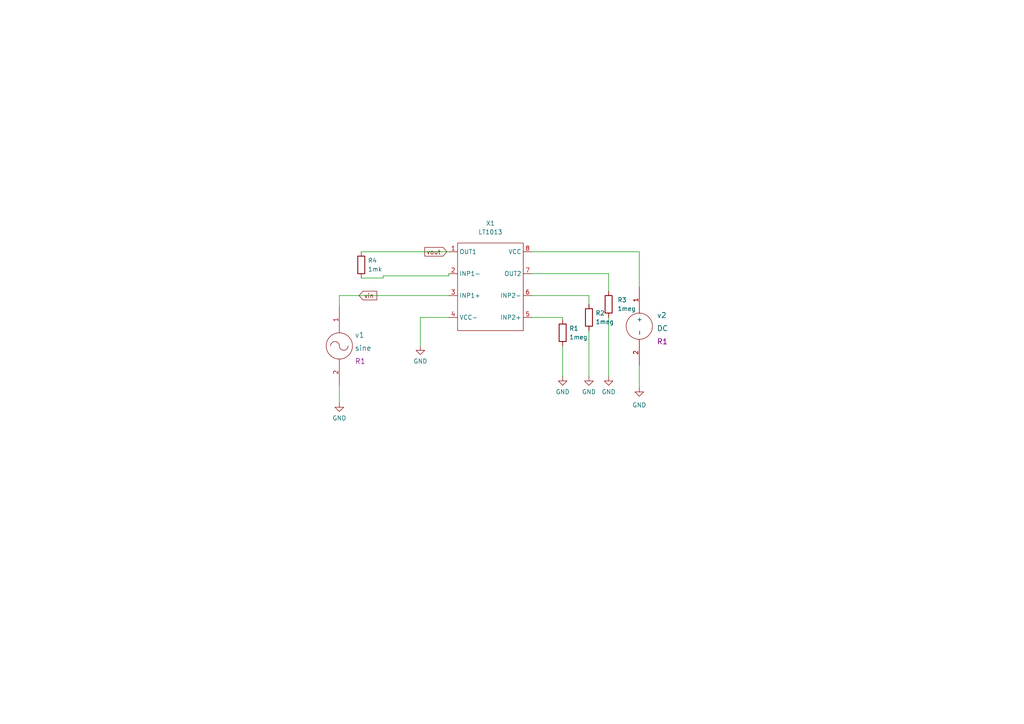
<source format=kicad_sch>
(kicad_sch (version 20211123) (generator eeschema)

  (uuid 0856288b-018e-4d1d-a822-965fc6e6017b)

  (paper "A4")

  (lib_symbols
    (symbol "eSim_Devices:resistor" (pin_numbers hide) (pin_names (offset 0)) (in_bom yes) (on_board yes)
      (property "Reference" "R" (id 0) (at 1.27 3.302 0)
        (effects (font (size 1.27 1.27)))
      )
      (property "Value" "resistor" (id 1) (at 1.27 -1.27 0)
        (effects (font (size 1.27 1.27)))
      )
      (property "Footprint" "" (id 2) (at 1.27 -0.508 0)
        (effects (font (size 0.762 0.762)))
      )
      (property "Datasheet" "" (id 3) (at 1.27 1.27 90)
        (effects (font (size 0.762 0.762)))
      )
      (property "ki_fp_filters" "R_* Resistor_*" (id 4) (at 0 0 0)
        (effects (font (size 1.27 1.27)) hide)
      )
      (symbol "resistor_0_1"
        (rectangle (start 3.81 0.254) (end -1.27 2.286)
          (stroke (width 0.254) (type default) (color 0 0 0 0))
          (fill (type none))
        )
      )
      (symbol "resistor_1_1"
        (pin passive line (at -2.54 1.27 0) (length 1.27)
          (name "~" (effects (font (size 1.524 1.524))))
          (number "1" (effects (font (size 1.524 1.524))))
        )
        (pin passive line (at 5.08 1.27 180) (length 1.27)
          (name "~" (effects (font (size 1.524 1.524))))
          (number "2" (effects (font (size 1.524 1.524))))
        )
      )
    )
    (symbol "eSim_Power:eSim_GND" (power) (pin_names (offset 0)) (in_bom yes) (on_board yes)
      (property "Reference" "#PWR" (id 0) (at 0 -6.35 0)
        (effects (font (size 1.27 1.27)) hide)
      )
      (property "Value" "eSim_GND" (id 1) (at 0 -3.81 0)
        (effects (font (size 1.27 1.27)))
      )
      (property "Footprint" "" (id 2) (at 0 0 0)
        (effects (font (size 1.27 1.27)) hide)
      )
      (property "Datasheet" "" (id 3) (at 0 0 0)
        (effects (font (size 1.27 1.27)) hide)
      )
      (symbol "eSim_GND_0_1"
        (polyline
          (pts
            (xy 0 0)
            (xy 0 -1.27)
            (xy 1.27 -1.27)
            (xy 0 -2.54)
            (xy -1.27 -1.27)
            (xy 0 -1.27)
          )
          (stroke (width 0) (type default) (color 0 0 0 0))
          (fill (type none))
        )
      )
      (symbol "eSim_GND_1_1"
        (pin power_in line (at 0 0 270) (length 0) hide
          (name "GND" (effects (font (size 1.27 1.27))))
          (number "1" (effects (font (size 1.27 1.27))))
        )
      )
    )
    (symbol "eSim_Sources:DC" (pin_names (offset 1.016)) (in_bom yes) (on_board yes)
      (property "Reference" "v" (id 0) (at -5.08 2.54 0)
        (effects (font (size 1.524 1.524)))
      )
      (property "Value" "DC" (id 1) (at -5.08 -1.27 0)
        (effects (font (size 1.524 1.524)))
      )
      (property "Footprint" "R1" (id 2) (at -7.62 0 0)
        (effects (font (size 1.524 1.524)))
      )
      (property "Datasheet" "" (id 3) (at 0 0 0)
        (effects (font (size 1.524 1.524)))
      )
      (property "ki_fp_filters" "1_pin" (id 4) (at 0 0 0)
        (effects (font (size 1.27 1.27)) hide)
      )
      (symbol "DC_0_1"
        (circle (center 0 0) (radius 3.81)
          (stroke (width 0) (type default) (color 0 0 0 0))
          (fill (type none))
        )
      )
      (symbol "DC_1_1"
        (pin power_out line (at 0 11.43 270) (length 7.62)
          (name "+" (effects (font (size 1.27 1.27))))
          (number "1" (effects (font (size 1.27 1.27))))
        )
        (pin power_out line (at 0 -11.43 90) (length 7.62)
          (name "-" (effects (font (size 1.27 1.27))))
          (number "2" (effects (font (size 1.27 1.27))))
        )
      )
    )
    (symbol "eSim_Sources:sine" (pin_names (offset 1.016)) (in_bom yes) (on_board yes)
      (property "Reference" "v" (id 0) (at -5.08 2.54 0)
        (effects (font (size 1.524 1.524)))
      )
      (property "Value" "sine" (id 1) (at -5.08 -1.27 0)
        (effects (font (size 1.524 1.524)))
      )
      (property "Footprint" "R1" (id 2) (at -7.62 0 0)
        (effects (font (size 1.524 1.524)))
      )
      (property "Datasheet" "" (id 3) (at 0 0 0)
        (effects (font (size 1.524 1.524)))
      )
      (property "ki_fp_filters" "1_pin" (id 4) (at 0 0 0)
        (effects (font (size 1.27 1.27)) hide)
      )
      (symbol "sine_0_1"
        (arc (start 0 0) (mid -1.27 1.27) (end -2.54 0)
          (stroke (width 0) (type default) (color 0 0 0 0))
          (fill (type none))
        )
        (arc (start 0 0) (mid 1.27 -1.27) (end 2.54 0)
          (stroke (width 0) (type default) (color 0 0 0 0))
          (fill (type none))
        )
        (circle (center 0 0) (radius 3.81)
          (stroke (width 0) (type default) (color 0 0 0 0))
          (fill (type none))
        )
      )
      (symbol "sine_1_1"
        (pin input line (at 0 11.43 270) (length 7.62)
          (name "+" (effects (font (size 0 0))))
          (number "1" (effects (font (size 1.27 1.27))))
        )
        (pin input line (at 0 -11.43 90) (length 7.62)
          (name "-" (effects (font (size 0 0))))
          (number "2" (effects (font (size 1.27 1.27))))
        )
      )
    )
    (symbol "eSim_Subckt:LT1013" (in_bom yes) (on_board yes)
      (property "Reference" "X" (id 0) (at 0 -1.905 0)
        (effects (font (size 1.27 1.27)))
      )
      (property "Value" "LT1013" (id 1) (at 0 0 0)
        (effects (font (size 1.27 1.27)))
      )
      (property "Footprint" "" (id 2) (at 0 0 0)
        (effects (font (size 1.27 1.27)) hide)
      )
      (property "Datasheet" "" (id 3) (at 0 0 0)
        (effects (font (size 1.27 1.27)) hide)
      )
      (symbol "LT1013_0_1"
        (rectangle (start -9.525 5.715) (end 9.525 -19.685)
          (stroke (width 0) (type default) (color 0 0 0 0))
          (fill (type none))
        )
      )
      (symbol "LT1013_1_1"
        (pin output line (at -12.065 3.175 0) (length 2.54)
          (name "OUT1" (effects (font (size 1.27 1.27))))
          (number "1" (effects (font (size 1.27 1.27))))
        )
        (pin passive line (at -12.065 -3.175 0) (length 2.54)
          (name "INP1-" (effects (font (size 1.27 1.27))))
          (number "2" (effects (font (size 1.27 1.27))))
        )
        (pin passive line (at -12.065 -9.525 0) (length 2.54)
          (name "INP1+" (effects (font (size 1.27 1.27))))
          (number "3" (effects (font (size 1.27 1.27))))
        )
        (pin power_in line (at -12.065 -15.875 0) (length 2.54)
          (name "VCC-" (effects (font (size 1.27 1.27))))
          (number "4" (effects (font (size 1.27 1.27))))
        )
        (pin passive line (at 12.065 -15.875 180) (length 2.54)
          (name "INP2+" (effects (font (size 1.27 1.27))))
          (number "5" (effects (font (size 1.27 1.27))))
        )
        (pin passive line (at 12.065 -9.525 180) (length 2.54)
          (name "INP2-" (effects (font (size 1.27 1.27))))
          (number "6" (effects (font (size 1.27 1.27))))
        )
        (pin output line (at 12.065 -3.175 180) (length 2.54)
          (name "OUT2" (effects (font (size 1.27 1.27))))
          (number "7" (effects (font (size 1.27 1.27))))
        )
        (pin power_in line (at 12.065 3.175 180) (length 2.54)
          (name "VCC" (effects (font (size 1.27 1.27))))
          (number "8" (effects (font (size 1.27 1.27))))
        )
      )
    )
  )


  (wire (pts (xy 130.175 80.01) (xy 130.175 79.375))
    (stroke (width 0) (type default) (color 0 0 0 0))
    (uuid 0de1274f-d1e0-4b54-9829-fb172c9454bc)
  )
  (wire (pts (xy 154.305 79.375) (xy 176.53 79.375))
    (stroke (width 0) (type default) (color 0 0 0 0))
    (uuid 0e58560e-460e-4d25-9383-14f51a73f805)
  )
  (wire (pts (xy 176.53 79.375) (xy 176.53 84.455))
    (stroke (width 0) (type default) (color 0 0 0 0))
    (uuid 18e6a901-4453-4a93-a3c1-7615199fca96)
  )
  (wire (pts (xy 176.53 92.075) (xy 176.53 109.22))
    (stroke (width 0) (type default) (color 0 0 0 0))
    (uuid 1f1aae79-454e-46e6-87d1-e816ba7a2b65)
  )
  (wire (pts (xy 98.425 111.76) (xy 98.425 116.84))
    (stroke (width 0) (type default) (color 0 0 0 0))
    (uuid 28e2908a-baab-439c-840d-5ae1c2213155)
  )
  (wire (pts (xy 121.92 92.075) (xy 130.175 92.075))
    (stroke (width 0) (type default) (color 0 0 0 0))
    (uuid 3c1b41af-7ca5-4101-a24a-f143503f6242)
  )
  (wire (pts (xy 121.92 100.33) (xy 121.92 92.075))
    (stroke (width 0) (type default) (color 0 0 0 0))
    (uuid 3f1ce227-d962-4af5-9cdf-b134258c51a7)
  )
  (wire (pts (xy 104.775 73.025) (xy 130.175 73.025))
    (stroke (width 0) (type default) (color 0 0 0 0))
    (uuid 41973104-5f32-4def-b637-a5ca01588808)
  )
  (wire (pts (xy 111.125 80.01) (xy 111.125 80.645))
    (stroke (width 0) (type default) (color 0 0 0 0))
    (uuid 46490e13-24ad-4266-a32b-0ffed0b224c6)
  )
  (wire (pts (xy 163.195 92.075) (xy 163.195 92.71))
    (stroke (width 0) (type default) (color 0 0 0 0))
    (uuid 4c46ec2e-739b-4740-8fea-cdf55ebd2d67)
  )
  (wire (pts (xy 185.42 83.185) (xy 185.42 73.025))
    (stroke (width 0) (type default) (color 0 0 0 0))
    (uuid 4d4dbede-3463-427b-8fba-96d0c7ed6504)
  )
  (wire (pts (xy 111.125 80.645) (xy 104.775 80.645))
    (stroke (width 0) (type default) (color 0 0 0 0))
    (uuid 5dd51024-5294-42e5-a941-f84085a6984c)
  )
  (wire (pts (xy 98.425 85.725) (xy 130.175 85.725))
    (stroke (width 0) (type default) (color 0 0 0 0))
    (uuid 605683e2-a6e4-4793-82c9-c41ef4fc3061)
  )
  (wire (pts (xy 185.42 73.025) (xy 154.305 73.025))
    (stroke (width 0) (type default) (color 0 0 0 0))
    (uuid 6273b315-78c4-4dec-8c69-7e0a677cb9fb)
  )
  (wire (pts (xy 163.195 100.33) (xy 163.195 109.22))
    (stroke (width 0) (type default) (color 0 0 0 0))
    (uuid 7069ed67-302a-4e4e-b44b-10c96d88c9e3)
  )
  (wire (pts (xy 111.125 80.01) (xy 130.175 80.01))
    (stroke (width 0) (type default) (color 0 0 0 0))
    (uuid 713ffb15-2863-4957-b66e-db1148642733)
  )
  (wire (pts (xy 154.305 92.075) (xy 163.195 92.075))
    (stroke (width 0) (type default) (color 0 0 0 0))
    (uuid 9b1bec4f-a039-40aa-8749-1d3017bd3767)
  )
  (wire (pts (xy 185.42 106.045) (xy 185.42 112.395))
    (stroke (width 0) (type default) (color 0 0 0 0))
    (uuid a486ec9f-52e2-45b7-93e7-d71a848c5b5f)
  )
  (wire (pts (xy 170.815 85.725) (xy 170.815 88.265))
    (stroke (width 0) (type default) (color 0 0 0 0))
    (uuid aafae0a7-7358-4d7f-b114-d1327da066ce)
  )
  (wire (pts (xy 154.305 85.725) (xy 170.815 85.725))
    (stroke (width 0) (type default) (color 0 0 0 0))
    (uuid ae2ac6f1-8876-469b-8036-5d9b82aabbe7)
  )
  (wire (pts (xy 98.425 85.725) (xy 98.425 88.9))
    (stroke (width 0) (type default) (color 0 0 0 0))
    (uuid c2da6837-c032-4e37-82bf-387175602d7e)
  )
  (wire (pts (xy 170.815 95.885) (xy 170.815 109.22))
    (stroke (width 0) (type default) (color 0 0 0 0))
    (uuid cf4b16c8-fe15-4d12-8936-5519714f7bcd)
  )

  (global_label "vin" (shape input) (at 104.14 85.725 0) (fields_autoplaced)
    (effects (font (size 1.27 1.27)) (justify left))
    (uuid 2c35370a-ec89-44ee-bdfb-e3480eaa99cc)
    (property "Intersheet References" "${INTERSHEET_REFS}" (id 0) (at 109.2745 85.6456 0)
      (effects (font (size 1.27 1.27)) (justify left) hide)
    )
  )
  (global_label "vout" (shape output) (at 123.19 73.025 0) (fields_autoplaced)
    (effects (font (size 1.27 1.27)) (justify left))
    (uuid 615f3b04-b908-4922-9bed-5b994eb79ece)
    (property "Intersheet References" "${INTERSHEET_REFS}" (id 0) (at 129.5945 72.9456 0)
      (effects (font (size 1.27 1.27)) (justify left) hide)
    )
  )

  (symbol (lib_id "eSim_Sources:sine") (at 98.425 100.33 0) (unit 1)
    (in_bom yes) (on_board yes) (fields_autoplaced)
    (uuid 04cc7c3c-ffa9-45dc-be72-73589d1c471a)
    (property "Reference" "v1" (id 0) (at 102.87 97.155 0)
      (effects (font (size 1.524 1.524)) (justify left))
    )
    (property "Value" "sine" (id 1) (at 102.87 100.965 0)
      (effects (font (size 1.524 1.524)) (justify left))
    )
    (property "Footprint" "R1" (id 2) (at 102.87 104.775 0)
      (effects (font (size 1.524 1.524)) (justify left))
    )
    (property "Datasheet" "" (id 3) (at 98.425 100.33 0)
      (effects (font (size 1.524 1.524)))
    )
    (property "Spice_Primitive" "V" (id 4) (at 98.425 100.33 0)
      (effects (font (size 1.27 1.27)) hide)
    )
    (property "Spice_Model" "sin(2.5 1 1k)" (id 5) (at 98.425 100.33 0)
      (effects (font (size 1.27 1.27)) hide)
    )
    (property "Spice_Netlist_Enabled" "Y" (id 6) (at 98.425 100.33 0)
      (effects (font (size 1.27 1.27)) hide)
    )
    (pin "1" (uuid 3e8c7d58-3ef5-4516-a975-a3d25c9400f1))
    (pin "2" (uuid a7434efd-2759-4c56-9866-755b640d792d))
  )

  (symbol (lib_id "eSim_Devices:resistor") (at 164.465 97.79 90) (unit 1)
    (in_bom yes) (on_board yes) (fields_autoplaced)
    (uuid 1699375e-f396-4d69-9ef9-f4405806842d)
    (property "Reference" "R1" (id 0) (at 165.1 95.2499 90)
      (effects (font (size 1.27 1.27)) (justify right))
    )
    (property "Value" "1meg" (id 1) (at 165.1 97.7899 90)
      (effects (font (size 1.27 1.27)) (justify right))
    )
    (property "Footprint" "" (id 2) (at 164.973 96.52 0)
      (effects (font (size 0.762 0.762)))
    )
    (property "Datasheet" "" (id 3) (at 163.195 96.52 90)
      (effects (font (size 0.762 0.762)))
    )
    (property "Spice_Primitive" "R" (id 4) (at 164.465 97.79 0)
      (effects (font (size 1.27 1.27)) hide)
    )
    (property "Spice_Model" "1meg" (id 5) (at 164.465 97.79 0)
      (effects (font (size 1.27 1.27)) hide)
    )
    (property "Spice_Netlist_Enabled" "Y" (id 6) (at 164.465 97.79 0)
      (effects (font (size 1.27 1.27)) hide)
    )
    (pin "1" (uuid c3bce868-4de9-43f7-b67e-0fc42bd3b759))
    (pin "2" (uuid 51d5e339-9737-42eb-aece-ab1ebee04451))
  )

  (symbol (lib_id "eSim_Power:eSim_GND") (at 98.425 116.84 0) (unit 1)
    (in_bom yes) (on_board yes) (fields_autoplaced)
    (uuid 30607754-2fcd-458c-baa7-81a7275d163d)
    (property "Reference" "#PWR01" (id 0) (at 98.425 123.19 0)
      (effects (font (size 1.27 1.27)) hide)
    )
    (property "Value" "eSim_GND" (id 1) (at 98.425 121.285 0))
    (property "Footprint" "" (id 2) (at 98.425 116.84 0)
      (effects (font (size 1.27 1.27)) hide)
    )
    (property "Datasheet" "" (id 3) (at 98.425 116.84 0)
      (effects (font (size 1.27 1.27)) hide)
    )
    (pin "1" (uuid 0a8e3ed1-7b95-4a3d-95a9-3beffdfb9d42))
  )

  (symbol (lib_id "eSim_Power:eSim_GND") (at 170.815 109.22 0) (unit 1)
    (in_bom yes) (on_board yes) (fields_autoplaced)
    (uuid 43c8aed7-8b10-431d-853f-a61f80bba829)
    (property "Reference" "#PWR04" (id 0) (at 170.815 115.57 0)
      (effects (font (size 1.27 1.27)) hide)
    )
    (property "Value" "eSim_GND" (id 1) (at 170.815 113.665 0))
    (property "Footprint" "" (id 2) (at 170.815 109.22 0)
      (effects (font (size 1.27 1.27)) hide)
    )
    (property "Datasheet" "" (id 3) (at 170.815 109.22 0)
      (effects (font (size 1.27 1.27)) hide)
    )
    (pin "1" (uuid cea17bd7-120f-429d-a1fe-7dfc17a55261))
  )

  (symbol (lib_id "eSim_Power:eSim_GND") (at 121.92 100.33 0) (unit 1)
    (in_bom yes) (on_board yes) (fields_autoplaced)
    (uuid 5719a6f6-1b07-4a10-8860-4e6aed7afd91)
    (property "Reference" "#PWR02" (id 0) (at 121.92 106.68 0)
      (effects (font (size 1.27 1.27)) hide)
    )
    (property "Value" "eSim_GND" (id 1) (at 121.92 104.775 0))
    (property "Footprint" "" (id 2) (at 121.92 100.33 0)
      (effects (font (size 1.27 1.27)) hide)
    )
    (property "Datasheet" "" (id 3) (at 121.92 100.33 0)
      (effects (font (size 1.27 1.27)) hide)
    )
    (pin "1" (uuid e73ba011-1d43-4df3-9267-c5bf53638117))
  )

  (symbol (lib_id "eSim_Devices:resistor") (at 177.8 89.535 90) (unit 1)
    (in_bom yes) (on_board yes) (fields_autoplaced)
    (uuid 5db52155-a0ce-4096-b7f6-1439b9cee9e4)
    (property "Reference" "R3" (id 0) (at 179.07 86.9949 90)
      (effects (font (size 1.27 1.27)) (justify right))
    )
    (property "Value" "1meg" (id 1) (at 179.07 89.5349 90)
      (effects (font (size 1.27 1.27)) (justify right))
    )
    (property "Footprint" "" (id 2) (at 178.308 88.265 0)
      (effects (font (size 0.762 0.762)))
    )
    (property "Datasheet" "" (id 3) (at 176.53 88.265 90)
      (effects (font (size 0.762 0.762)))
    )
    (property "Spice_Primitive" "R" (id 4) (at 177.8 89.535 0)
      (effects (font (size 1.27 1.27)) hide)
    )
    (property "Spice_Model" "1meg" (id 5) (at 177.8 89.535 0)
      (effects (font (size 1.27 1.27)) hide)
    )
    (property "Spice_Netlist_Enabled" "Y" (id 6) (at 177.8 89.535 0)
      (effects (font (size 1.27 1.27)) hide)
    )
    (pin "1" (uuid af3c5b4d-7c36-4564-bb11-8058c66d2834))
    (pin "2" (uuid f1e6df81-addd-475f-ad59-d824b8ed0bb1))
  )

  (symbol (lib_id "eSim_Devices:resistor") (at 106.045 78.105 90) (unit 1)
    (in_bom yes) (on_board yes) (fields_autoplaced)
    (uuid 71e37bad-3694-4c41-b76a-81b296a24577)
    (property "Reference" "R4" (id 0) (at 106.68 75.5649 90)
      (effects (font (size 1.27 1.27)) (justify right))
    )
    (property "Value" "1mk" (id 1) (at 106.68 78.1049 90)
      (effects (font (size 1.27 1.27)) (justify right))
    )
    (property "Footprint" "" (id 2) (at 106.553 76.835 0)
      (effects (font (size 0.762 0.762)))
    )
    (property "Datasheet" "" (id 3) (at 104.775 76.835 90)
      (effects (font (size 0.762 0.762)))
    )
    (pin "1" (uuid 474e69c3-1952-42d0-9a3a-2763e77493bd))
    (pin "2" (uuid 2a5d61fb-eceb-4115-a7f0-ed4de7ac7533))
  )

  (symbol (lib_id "eSim_Power:eSim_GND") (at 176.53 109.22 0) (unit 1)
    (in_bom yes) (on_board yes) (fields_autoplaced)
    (uuid 775f3819-4cec-4b6b-b560-95115a05e938)
    (property "Reference" "#PWR05" (id 0) (at 176.53 115.57 0)
      (effects (font (size 1.27 1.27)) hide)
    )
    (property "Value" "eSim_GND" (id 1) (at 176.53 113.665 0))
    (property "Footprint" "" (id 2) (at 176.53 109.22 0)
      (effects (font (size 1.27 1.27)) hide)
    )
    (property "Datasheet" "" (id 3) (at 176.53 109.22 0)
      (effects (font (size 1.27 1.27)) hide)
    )
    (pin "1" (uuid 7ce7bc07-b6ab-4a45-9e2c-3fd1430ef94f))
  )

  (symbol (lib_id "eSim_Devices:resistor") (at 172.085 93.345 90) (unit 1)
    (in_bom yes) (on_board yes) (fields_autoplaced)
    (uuid 7acff331-7870-437e-9db3-d949dfbb70a5)
    (property "Reference" "R2" (id 0) (at 172.72 90.8049 90)
      (effects (font (size 1.27 1.27)) (justify right))
    )
    (property "Value" "1meg" (id 1) (at 172.72 93.3449 90)
      (effects (font (size 1.27 1.27)) (justify right))
    )
    (property "Footprint" "" (id 2) (at 172.593 92.075 0)
      (effects (font (size 0.762 0.762)))
    )
    (property "Datasheet" "" (id 3) (at 170.815 92.075 90)
      (effects (font (size 0.762 0.762)))
    )
    (property "Spice_Primitive" "R" (id 4) (at 172.085 93.345 0)
      (effects (font (size 1.27 1.27)) hide)
    )
    (property "Spice_Model" "1meg" (id 5) (at 172.085 93.345 0)
      (effects (font (size 1.27 1.27)) hide)
    )
    (property "Spice_Netlist_Enabled" "Y" (id 6) (at 172.085 93.345 0)
      (effects (font (size 1.27 1.27)) hide)
    )
    (pin "1" (uuid 8fd69a26-4ca7-49ca-bd0e-e4de53c318ad))
    (pin "2" (uuid c856a9fd-5ef3-4f26-a6bb-a7f9ec055586))
  )

  (symbol (lib_id "eSim_Power:eSim_GND") (at 185.42 112.395 0) (unit 1)
    (in_bom yes) (on_board yes) (fields_autoplaced)
    (uuid 9e269076-c406-40e9-b542-ebd58a21187b)
    (property "Reference" "#PWR06" (id 0) (at 185.42 118.745 0)
      (effects (font (size 1.27 1.27)) hide)
    )
    (property "Value" "eSim_GND" (id 1) (at 185.42 117.475 0))
    (property "Footprint" "" (id 2) (at 185.42 112.395 0)
      (effects (font (size 1.27 1.27)) hide)
    )
    (property "Datasheet" "" (id 3) (at 185.42 112.395 0)
      (effects (font (size 1.27 1.27)) hide)
    )
    (pin "1" (uuid fcc30c57-3830-4283-ba01-6346c5ba5704))
  )

  (symbol (lib_id "eSim_Power:eSim_GND") (at 163.195 109.22 0) (unit 1)
    (in_bom yes) (on_board yes) (fields_autoplaced)
    (uuid ca76d5ae-46d4-45c3-b902-b6634cae67f3)
    (property "Reference" "#PWR03" (id 0) (at 163.195 115.57 0)
      (effects (font (size 1.27 1.27)) hide)
    )
    (property "Value" "eSim_GND" (id 1) (at 163.195 113.665 0))
    (property "Footprint" "" (id 2) (at 163.195 109.22 0)
      (effects (font (size 1.27 1.27)) hide)
    )
    (property "Datasheet" "" (id 3) (at 163.195 109.22 0)
      (effects (font (size 1.27 1.27)) hide)
    )
    (pin "1" (uuid a996b4e3-673d-4a07-a2bf-f305046951eb))
  )

  (symbol (lib_id "eSim_Subckt:LT1013") (at 142.24 76.2 0) (unit 1)
    (in_bom yes) (on_board yes) (fields_autoplaced)
    (uuid d2632932-9171-44a2-a636-30346408a4ff)
    (property "Reference" "X1" (id 0) (at 142.24 64.77 0))
    (property "Value" "LT1013" (id 1) (at 142.24 67.31 0))
    (property "Footprint" "" (id 2) (at 142.24 76.2 0)
      (effects (font (size 1.27 1.27)) hide)
    )
    (property "Datasheet" "" (id 3) (at 142.24 76.2 0)
      (effects (font (size 1.27 1.27)) hide)
    )
    (pin "1" (uuid 9a28e5e1-2d98-4298-98fc-cb9fd3d4bcc0))
    (pin "2" (uuid d7b4f5ac-a6ba-4d00-9615-3fedd56b08c3))
    (pin "3" (uuid 3c0b28f2-8425-45f3-ac2c-9c2a0ec22f38))
    (pin "4" (uuid e137e150-9ed2-485e-bb1a-3b67b44f5864))
    (pin "5" (uuid ec8e4469-fc63-434c-9de3-f792d656eff8))
    (pin "6" (uuid 7bcb9efb-8b0f-409b-9832-e059bc7794c0))
    (pin "7" (uuid c88fd173-f075-4538-bf6c-b25700d9c28e))
    (pin "8" (uuid 5889382e-1597-4092-98c3-1eb930832382))
  )

  (symbol (lib_id "eSim_Sources:DC") (at 185.42 94.615 0) (unit 1)
    (in_bom yes) (on_board yes) (fields_autoplaced)
    (uuid ef784e6b-6c33-4288-bf8a-9befac7ac47a)
    (property "Reference" "v2" (id 0) (at 190.5 91.44 0)
      (effects (font (size 1.524 1.524)) (justify left))
    )
    (property "Value" "DC" (id 1) (at 190.5 95.25 0)
      (effects (font (size 1.524 1.524)) (justify left))
    )
    (property "Footprint" "R1" (id 2) (at 190.5 99.06 0)
      (effects (font (size 1.524 1.524)) (justify left))
    )
    (property "Datasheet" "" (id 3) (at 185.42 94.615 0)
      (effects (font (size 1.524 1.524)))
    )
    (pin "1" (uuid e8410f25-81d3-4671-b5e7-284dd0dd69db))
    (pin "2" (uuid 4eb0bdf8-8753-4a36-acc0-0f1b2372ff7e))
  )

  (sheet_instances
    (path "/" (page "1"))
  )

  (symbol_instances
    (path "/30607754-2fcd-458c-baa7-81a7275d163d"
      (reference "#PWR01") (unit 1) (value "eSim_GND") (footprint "")
    )
    (path "/5719a6f6-1b07-4a10-8860-4e6aed7afd91"
      (reference "#PWR02") (unit 1) (value "eSim_GND") (footprint "")
    )
    (path "/ca76d5ae-46d4-45c3-b902-b6634cae67f3"
      (reference "#PWR03") (unit 1) (value "eSim_GND") (footprint "")
    )
    (path "/43c8aed7-8b10-431d-853f-a61f80bba829"
      (reference "#PWR04") (unit 1) (value "eSim_GND") (footprint "")
    )
    (path "/775f3819-4cec-4b6b-b560-95115a05e938"
      (reference "#PWR05") (unit 1) (value "eSim_GND") (footprint "")
    )
    (path "/9e269076-c406-40e9-b542-ebd58a21187b"
      (reference "#PWR06") (unit 1) (value "eSim_GND") (footprint "")
    )
    (path "/1699375e-f396-4d69-9ef9-f4405806842d"
      (reference "R1") (unit 1) (value "1meg") (footprint "")
    )
    (path "/7acff331-7870-437e-9db3-d949dfbb70a5"
      (reference "R2") (unit 1) (value "1meg") (footprint "")
    )
    (path "/5db52155-a0ce-4096-b7f6-1439b9cee9e4"
      (reference "R3") (unit 1) (value "1meg") (footprint "")
    )
    (path "/71e37bad-3694-4c41-b76a-81b296a24577"
      (reference "R4") (unit 1) (value "1mk") (footprint "")
    )
    (path "/d2632932-9171-44a2-a636-30346408a4ff"
      (reference "X1") (unit 1) (value "LT1013") (footprint "")
    )
    (path "/04cc7c3c-ffa9-45dc-be72-73589d1c471a"
      (reference "v1") (unit 1) (value "sine") (footprint "R1")
    )
    (path "/ef784e6b-6c33-4288-bf8a-9befac7ac47a"
      (reference "v2") (unit 1) (value "DC") (footprint "R1")
    )
  )
)

</source>
